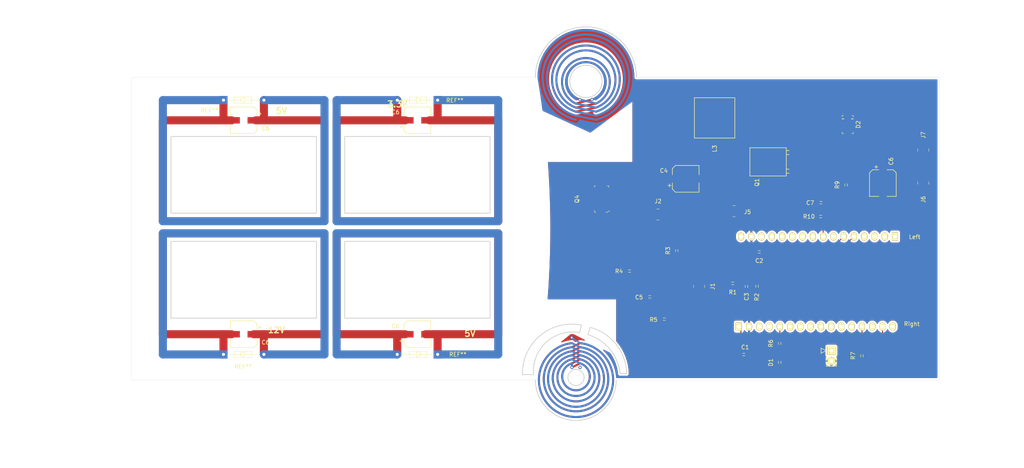
<source format=kicad_pcb>
(kicad_pcb (version 20211014) (generator pcbnew)
  (title_block (date "2022-07-16"))
  (layers (0 "F.Cu" signal) (1 "In1.Cu" signal) (2 "In2.Cu" signal) (31 "B.Cu" signal) (34 "B.Paste" user) (35 "F.Paste" user) (36 "B.SilkS" user "B.Silkscreen") (37 "F.SilkS" user "F.Silkscreen") (38 "B.Mask" user) (39 "F.Mask" user) (44 "Edge.Cuts" user))
  (net 0 "")
  (net 1 "Net-(IC1-Pad8)")
  (net 2 "Bat+")
  (net 3 "3.3v")
  (net 4 "GND")
  (net 5 "+3V3")
  (net 6 "I_Sol")
  (net 7 "U_Sol")
  (net 8 "+12V")
  (net 9 "Net-(C5-Pad2)")
  (net 10 "U_Bat")
  (net 11 "Net-(D1-Pad2)")
  (net 17 "5v")
  (net 18 "12v")
  (net 22 "+5V")
  (net 25 "Net-(J4-Pad5)")
  (net 30 "Net-(J4-Pad10)")
  (net 32 "Net-(J4-Pad12)")
  (net 33 "Net-(J4-Pad13)")
  (net 35 "PWM")
  (net 37 "Net-(D2-Pad1)")
  (net 38 "Net-(R7-Pad1)")
  (footprint "digikey-footprints:0603" (layer "F.Cu") (at 243.1 138.245)
    (fp_text reference "R5" (at -2.65 0.15) (layer "F.SilkS"))
    (fp_text value "100R")
    (fp_line (start -0.3 0.3) (end 0.3 0.3) (layer "F.SilkS") (width 0.12))
    (fp_line (start -0.3 -0.3) (end 0.3 -0.3) (layer "F.SilkS") (width 0.12))
    (pad "1" smd rect locked (at -0.7 0) (size 0.6 0.8) (layers "F.Cu" "F.Paste" "F.Mask") (net 9 "Net-(C5-Pad2)"))
    (pad "2" smd rect locked (at 0.7 0) (size 0.6 0.8) (layers "F.Cu" "F.Paste" "F.Mask") (net 35 "PWM"))
  )
  (footprint "digikey-footprints:0603" (layer "F.Cu") (at 262.76 147.025)
    (fp_text reference "C1" (at 0.35 -1.8) (layer "F.SilkS"))
    (fp_text value "0.1uF")
    (fp_line (start -0.3 0.3) (end 0.3 0.3) (layer "F.SilkS") (width 0.12))
    (fp_line (start -0.3 -0.3) (end 0.3 -0.3) (layer "F.SilkS") (width 0.12))
    (pad "1" smd rect locked (at -0.7 0) (size 0.6 0.8) (layers "F.Cu" "F.Paste" "F.Mask") (net 5 "+3V3"))
    (pad "2" smd rect locked (at 0.7 0) (size 0.6 0.8) (layers "F.Cu" "F.Paste" "F.Mask") (net 4 "GND"))
  )
  (footprint "digikey-footprints:Diode_DO-35_P10mm" (layer "F.Cu") (at 187 84 180)
    (fp_text reference "REF**" (at -4.25 -0.05) (layer "F.SilkS"))
    (fp_text value "Diode_DO-35_P10mm")
    (fp_line (start 4.2 0) (end 3.5 0) (layer "F.SilkS") (width 0.1))
    (fp_line (start 2.7 0) (end 2.7 -0.8) (layer "F.SilkS") (width 0.1))
    (fp_line (start 4.2 0) (end 4.2 -0.6) (layer "F.SilkS") (width 0.1))
    (fp_line (start 7 -0.8) (end 7 0) (layer "F.SilkS") (width 0.1))
    (fp_line (start 5.2 -0.7) (end 5.2 0.7) (layer "F.SilkS") (width 0.1))
    (fp_line (start 4.2 0) (end 5.2 -0.7) (layer "F.SilkS") (width 0.1))
    (fp_line (start 2.7 -0.8) (end 7 -0.8) (layer "F.SilkS") (width 0.1))
    (fp_line (start 2.7 0.8) (end 7 0.8) (layer "F.SilkS") (width 0.1))
    (fp_line (start 7 0) (end 5.2 0) (layer "F.SilkS") (width 0.1))
    (fp_line (start 3.5 0) (end 2.7 0) (layer "F.SilkS") (width 0.1))
    (fp_line (start 5.2 0.7) (end 4.2 0) (layer "F.SilkS") (width 0.1))
    (fp_line (start 8.7 0) (end 7 0) (layer "F.SilkS") (width 0.1))
    (fp_line (start 2.7 0) (end 2.7 0.8) (layer "F.SilkS") (width 0.1))
    (fp_line (start 4.2 0) (end 4.2 0.6) (layer "F.SilkS") (width 0.1))
    (fp_line (start 1.3 0) (end 2.7 0) (layer "F.SilkS") (width 0.1))
    (fp_line (start 7 0.8) (end 7 0) (layer "F.SilkS") (width 0.1))
    (pad "1" thru_hole rect locked (at 0 0 180) (size 2 2) (drill 0.76) (layers *.Cu *.Mask))
    (pad "2" thru_hole circle locked (at 10 0 180) (size 2 2) (drill 0.76) (layers *.Cu *.Mask))
  )
  (footprint "digikey-footprints:1210" (layer "F.Cu") (at 241.55 112.345)
    (fp_text reference "J2" (at 0 -3.3) (layer "F.SilkS"))
    (fp_text value "SOLAR_OUTPUT")
    (fp_line (start -0.34 -1.38) (end 0.31 -1.38) (layer "F.SilkS") (width 0.1))
    (fp_line (start -0.34 1.36) (end 0.3 1.36) (layer "F.SilkS") (width 0.1))
    (pad "1" smd rect locked (at -1.145 0) (size 1.52 3.05) (layers "F.Cu" "F.Paste" "F.Mask") (net 8 "+12V"))
    (pad "2" smd rect locked (at 1.145 0) (size 1.52 3.05) (layers "F.Cu" "F.Paste" "F.Mask") (net 4 "GND"))
  )
  (footprint "digikey-footprints:0603" (layer "F.Cu") (at 234.5 126.345)
    (fp_text reference "R4" (at -2.6 0.05) (layer "F.SilkS"))
    (fp_text value "10k")
    (fp_line (start -0.3 -0.3) (end 0.3 -0.3) (layer "F.SilkS") (width 0.12))
    (fp_line (start -0.3 0.3) (end 0.3 0.3) (layer "F.SilkS") (width 0.12))
    (pad "1" smd rect locked (at -0.7 0) (size 0.6 0.8) (layers "F.Cu" "F.Paste" "F.Mask") (net 9 "Net-(C5-Pad2)"))
    (pad "2" smd rect locked (at 0.7 0) (size 0.6 0.8) (layers "F.Cu" "F.Paste" "F.Mask") (net 4 "GND"))
  )
  (footprint "digikey-footprints:1210" (layer "F.Cu") (at 307.2 96.345 90)
    (fp_text reference "J7" (at 3.69 0 90) (layer "F.SilkS"))
    (fp_text value "BATTERY_OUTPUT")
    (fp_line (start -0.34 -1.38) (end 0.31 -1.38) (layer "F.SilkS") (width 0.1))
    (fp_line (start -0.34 1.36) (end 0.3 1.36) (layer "F.SilkS") (width 0.1))
    (pad "1" smd rect locked (at -1.145 0 90) (size 1.52 3.05) (layers "F.Cu" "F.Paste" "F.Mask") (net 2 "Bat+"))
    (pad "2" smd rect locked (at 1.145 0 90) (size 1.52 3.05) (layers "F.Cu" "F.Paste" "F.Mask") (net 4 "GND"))
  )
  (footprint "ESP32-footprints-Lib:Cpol-6.3x7.7" (layer "F.Cu") (at 248.4 103.495 180)
    (fp_text reference "C4" (at 5.407 2.015) (layer "F.SilkS"))
    (fp_text value "100uF" hide)
    (fp_line (start 2.54 -3.302) (end -3.302 -3.302) (layer "F.SilkS") (width 0.15))
    (fp_line (start 4.0005 -2.032) (end 4.0005 -1.27) (layer "F.SilkS") (width 0.15))
    (fp_line (start -3.302 3.302) (end -3.302 1.016) (layer "F.SilkS") (width 0.15))
    (fp_line (start -3.302 -3.302) (end -3.302 -1.016) (layer "F.SilkS") (width 0.15))
    (fp_line (start 4.3815 -1.651) (end 3.6195 -1.651) (layer "F.SilkS") (width 0.15))
    (fp_line (start -3.302 3.302) (end 2.54 3.302) (layer "F.SilkS") (width 0.15))
    (fp_line (start 3.302 -2.54) (end 3.302 -1.016) (layer "F.SilkS") (width 0.15))
    (fp_line (start 3.302 -2.54) (end 2.54 -3.302) (layer "F.SilkS") (width 0.15))
    (fp_line (start 2.54 3.302) (end 3.302 2.54) (layer "F.SilkS") (width 0.15))
    (fp_line (start 3.302 2.54) (end 3.302 1.016) (layer "F.SilkS") (width 0.15))
    (pad "1" smd rect locked (at 2.75082 0 180) (size 3.59918 1.6002) (layers "F.Cu" "F.Paste" "F.Mask") (net 8 "+12V"))
    (pad "2" smd rect locked (at -2.75082 0 180) (size 3.59918 1.6002) (layers "F.Cu" "F.Paste" "F.Mask") (net 4 "GND"))
  )
  (footprint "digikey-footprints:0603" (layer "F.Cu") (at 281.8 112.845)
    (fp_text reference "R10" (at -2.9 0) (layer "F.SilkS"))
    (fp_text value "560R")
    (fp_line (start -0.3 -0.3) (end 0.3 -0.3) (layer "F.SilkS") (width 0.12))
    (fp_line (start -0.3 0.3) (end 0.3 0.3) (layer "F.SilkS") (width 0.12))
    (pad "1" smd rect locked (at -0.7 0) (size 0.6 0.8) (layers "F.Cu" "F.Paste" "F.Mask") (net 4 "GND"))
    (pad "2" smd rect locked (at 0.7 0) (size 0.6 0.8) (layers "F.Cu" "F.Paste" "F.Mask") (net 10 "U_Bat"))
  )
  (footprint "digikey-footprints:0603" (layer "F.Cu") (at 288.1 104.995 90)
    (fp_text reference "R9" (at 0 -2.2 90) (layer "F.SilkS"))
    (fp_text value "10k")
    (fp_line (start -0.3 0.3) (end 0.3 0.3) (layer "F.SilkS") (width 0.12))
    (fp_line (start -0.3 -0.3) (end 0.3 -0.3) (layer "F.SilkS") (width 0.12))
    (pad "1" smd rect locked (at -0.7 0 90) (size 0.6 0.8) (layers "F.Cu" "F.Paste" "F.Mask") (net 10 "U_Bat"))
    (pad "2" smd rect locked (at 0.7 0 90) (size 0.6 0.8) (layers "F.Cu" "F.Paste" "F.Mask") (net 2 "Bat+"))
  )
  (footprint "digikey-footprints:Diode_DO-35_P10mm" (layer "F.Cu") (at 134 147)
    (fp_text reference "REF**" (at 4.85 3) (layer "F.SilkS"))
    (fp_text value "Diode_DO-35_P10mm")
    (fp_line (start 4.2 0) (end 4.2 0.6) (layer "F.SilkS") (width 0.1))
    (fp_line (start 2.7 0) (end 2.7 0.8) (layer "F.SilkS") (width 0.1))
    (fp_line (start 2.7 0.8) (end 7 0.8) (layer "F.SilkS") (width 0.1))
    (fp_line (start 1.3 0) (end 2.7 0) (layer "F.SilkS") (width 0.1))
    (fp_line (start 4.2 0) (end 3.5 0) (layer "F.SilkS") (width 0.1))
    (fp_line (start 4.2 0) (end 5.2 -0.7) (layer "F.SilkS") (width 0.1))
    (fp_line (start 4.2 0) (end 4.2 -0.6) (layer "F.SilkS") (width 0.1))
    (fp_line (start 7 -0.8) (end 7 0) (layer "F.SilkS") (width 0.1))
    (fp_line (start 7 0.8) (end 7 0) (layer "F.SilkS") (width 0.1))
    (fp_line (start 5.2 0.7) (end 4.2 0) (layer "F.SilkS") (width 0.1))
    (fp_line (start 2.7 -0.8) (end 7 -0.8) (layer "F.SilkS") (width 0.1))
    (fp_line (start 5.2 -0.7) (end 5.2 0.7) (layer "F.SilkS") (width 0.1))
    (fp_line (start 8.7 0) (end 7 0) (layer "F.SilkS") (width 0.1))
    (fp_line (start 7 0) (end 5.2 0) (layer "F.SilkS") (width 0.1))
    (fp_line (start 3.5 0) (end 2.7 0) (layer "F.SilkS") (width 0.1))
    (fp_line (start 2.7 0) (end 2.7 -0.8) (layer "F.SilkS") (width 0.1))
    (pad "1" thru_hole rect locked (at 0 0) (size 2 2) (drill 0.76) (layers *.Cu *.Mask))
    (pad "2" thru_hole circle locked (at 10 0) (size 2 2) (drill 0.76) (layers *.Cu *.Mask))
  )
  (footprint "digikey-footprints:SOT-223" (layer "F.Cu") (at 227.6 108.495 90)
    (fp_text reference "Q4" (at 0 -6.1 90) (layer "F.SilkS"))
    (fp_text value "IRFIZ44N")
    (fp_line (start 3.275 1.3) (end 3.275 1.775) (layer "F.SilkS") (width 0.1))
    (fp_line (start 3.275 -1.775) (end 3.275 -1.475) (layer "F.SilkS") (width 0.1))
    (fp_line (start -3.275 0.975) (end -3.275 1.45) (layer "F.SilkS") (width 0.1))
    (fp_line (start 2.9 -1.775) (end 3.275 -1.775) (layer "F.SilkS") (width 0.1))
    (fp_line (start -2.775 -1.775) (end -3.275 -1.775) (layer "F.SilkS") (width 0.1))
    (fp_line (start -3.275 1.45) (end -2.975 1.775) (layer "F.SilkS") (width 0.1))
    (fp_line (start 3.275 1.775) (end 2.825 1.775) (layer "F.SilkS") (width 0.1))
    (fp_line (start -2.975 1.775) (end -2.975 1.97) (layer "F.SilkS") (width 0.1))
    (fp_line (start -3.275 -1.775) (end -3.275 -1.375) (layer "F.SilkS") (width 0.1))
    (pad "1" smd rect locked (at -2.3 3.15 90) (size 1.5 2.2) (layers "F.Cu" "F.Paste" "F.Mask") (net 9 "Net-(C5-Pad2)"))
    (pad "2" smd rect locked (at 0 3.15 90) (size 1.5 2.2) (layers "F.Cu" "F.Paste" "F.Mask") (net 8 "+12V"))
    (pad "3" smd rect locked (at 2.3 3.15 90) (size 1.5 2.2) (layers "F.Cu" "F.Paste" "F.Mask") (net 37 "Net-(D2-Pad1)"))
    (pad "4" smd rect locked (at 0 -3.15 90) (size 3.8 2.2) (layers "F.Cu" "F.Paste" "F.Mask"))
  )
  (footprint "digikey-footprints:0603" (layer "F.Cu") (at 266.05 130.095 90)
    (fp_text reference "R2" (at -2.7 -0.05 90) (layer "F.SilkS"))
    (fp_text value "560R")
    (fp_line (start -0.3 -0.3) (end 0.3 -0.3) (layer "F.SilkS") (width 0.12))
    (fp_line (start -0.3 0.3) (end 0.3 0.3) (layer "F.SilkS") (width 0.12))
    (pad "1" smd rect locked (at -0.7 0 90) (size 0.6 0.8) (layers "F.Cu" "F.Paste" "F.Mask") (net 4 "GND"))
    (pad "2" smd rect locked (at 0.7 0 90) (size 0.6 0.8) (layers "F.Cu" "F.Paste" "F.Mask") (net 7 "U_Sol"))
  )
  (footprint "ESP32-footprints-Lib:Cpol-6.3x7.7" (layer "F.Cu") (at 139 89)
    (fp_text reference "C6" (at 5.407 2.015) (layer "F.SilkS"))
    (fp_text value "220uF" hide)
    (fp_line (start 2.54 -3.302) (end -3.302 -3.302) (layer "F.SilkS") (width 0.15))
    (fp_line (start 3.302 -2.54) (end 3.302 -1.016) (layer "F.SilkS") (width 0.15))
    (fp_line (start -3.302 3.302) (end -3.302 1.016) (layer "F.SilkS") (width 0.15))
    (fp_line (start 4.0005 -2.032) (end 4.0005 -1.27) (layer "F.SilkS") (width 0.15))
    (fp_line (start -3.302 -3.302) (end -3.302 -1.016) (layer "F.SilkS") (width 0.15))
    (fp_line (start 4.3815 -1.651) (end 3.6195 -1.651) (layer "F.SilkS") (width 0.15))
    (fp_line (start -3.302 3.302) (end 2.54 3.302) (layer "F.SilkS") (width 0.15))
    (fp_line (start 3.302 2.54) (end 3.302 1.016) (layer "F.SilkS") (width 0.15))
    (fp_line (start 3.302 -2.54) (end 2.54 -3.302) (layer "F.SilkS") (width 0.15))
    (fp_line (start 2.54 3.302) (end 3.302 2.54) (layer "F.SilkS") (width 0.15))
    (pad "1" smd rect locked (at 2.75082 0) (size 3.59918 1.6002) (layers "F.Cu" "F.Paste" "F.Mask") (net 2 "Bat+"))
    (pad "2" smd rect locked (at -2.75082 0) (size 3.59918 1.6002) (layers "F.Cu" "F.Paste" "F.Mask") (net 4 "GND"))
  )
  (footprint "digikey-footprints:Diode_DO-35_P10mm" (layer "F.Cu") (at 134 84)
    (fp_text reference "REF**" (at -3.5 2.5) (layer "F.SilkS"))
    (fp_text value "Diode_DO-35_P10mm")
    (fp_line (start 2.7 0.8) (end 7 0.8) (layer "F.SilkS") (width 0.1))
    (fp_line (start 7 0.8) (end 7 0) (layer "F.SilkS") (width 0.1))
    (fp_line (start 8.7 0) (end 7 0) (layer "F.SilkS") (width 0.1))
    (fp_line (start 2.7 0) (end 2.7 0.8) (layer "F.SilkS") (width 0.1))
    (fp_line (start 4.2 0) (end 3.5 0) (layer "F.SilkS") (width 0.1))
    (fp_line (start 1.3 0) (end 2.7 0) (layer "F.SilkS") (width 0.1))
    (fp_line (start 7 -0.8) (end 7 0) (layer "F.SilkS") (width 0.1))
    (fp_line (start 5.2 0.7) (end 4.2 0) (layer "F.SilkS") (width 0.1))
    (fp_line (start 3.5 0) (end 2.7 0) (layer "F.SilkS") (width 0.1))
    (fp_line (start 5.2 -0.7) (end 5.2 0.7) (layer "F.SilkS") (width 0.1))
    (fp_line (start 2.7 0) (end 2.7 -0.8) (layer "F.SilkS") (width 0.1))
    (fp_line (start 7 0) (end 5.2 0) (layer "F.SilkS") (width 0.1))
    (fp_line (start 2.7 -0.8) (end 7 -0.8) (layer "F.SilkS") (width 0.1))
    (fp_line (start 4.2 0) (end 4.2 -0.6) (layer "F.SilkS") (width 0.1))
    (fp_line (start 4.2 0) (end 5.2 -0.7) (layer "F.SilkS") (width 0.1))
    (fp_line (start 4.2 0) (end 4.2 0.6) (layer "F.SilkS") (width 0.1))
    (pad "1" thru_hole rect locked (at 0 0) (size 2 2) (drill 0.76) (layers *.Cu *.Mask))
    (pad "2" thru_hole circle locked (at 10 0) (size 2 2) (drill 0.76) (layers *.Cu *.Mask))
  )
  (footprint "digikey-footprints:0603" (layer "F.Cu") (at 246.2 121.295 90)
    (fp_text reference "R3" (at 0 -2.2 90) (layer "F.SilkS"))
    (fp_text value "0.005R")
    (fp_line (start -0.3 -0.3) (end 0.3 -0.3) (layer "F.SilkS") (width 0.12))
    (fp_line (start -0.3 0.3) (end 0.3 0.3) (layer "F.SilkS") (width 0.12))
    (pad "1" smd rect locked (at -0.7 0 90) (size 0.6 0.8) (layers "F.Cu" "F.Paste" "F.Mask") (net 1 "Net-(IC1-Pad8)"))
    (pad "2" smd rect locked (at 0.7 0 90) (size 0.6 0.8) (layers "F.Cu" "F.Paste" "F.Mask") (net 8 "+12V"))
  )
  (footprint "ESP32-footprints-Lib:Cpol-6.3x7.7" (layer "F.Cu") (at 182 142 180)
    (fp_text reference "C6" (at 5.407 2.015) (layer "F.SilkS"))
    (fp_text value "220uF" hide)
    (fp_line (start 2.54 3.302) (end 3.302 2.54) (layer "F.SilkS") (width 0.15))
    (fp_line (start 3.302 2.54) (end 3.302 1.016) (layer "F.SilkS") (width 0.15))
    (fp_line (start 3.302 -2.54) (end 2.54 -3.302) (layer "F.SilkS") (width 0.15))
    (fp_line (start -3.302 3.302) (end 2.54 3.302) (layer "F.SilkS") (width 0.15))
    (fp_line (start -3.302 -3.302) (end -3.302 -1.016) (layer "F.SilkS") (width 0.15))
    (fp_line (start 2.54 -3.302) (end -3.302 -3.302) (layer "F.SilkS") (width 0.15))
    (fp_line (start 4.3815 -1.651) (end 3.6195 -1.651) (layer "F.SilkS") (width 0.15))
    (fp_line (start 4.0005 -2.032) (end 4.0005 -1.27) (layer "F.SilkS") (width 0.15))
    (fp_line (start -3.302 3.302) (end -3.302 1.016) (layer "F.SilkS") (width 0.15))
    (fp_line (start 3.302 -2.54) (end 3.302 -1.016) (layer "F.SilkS") (width 0.15))
    (pad "1" smd rect locked (at 2.75082 0 180) (size 3.59918 1.6002) (layers "F.Cu" "F.Paste" "F.Mask") (net 2 "Bat+"))
    (pad "2" smd rect locked (at -2.75082 0 180) (size 3.59918 1.6002) (layers "F.Cu" "F.Paste" "F.Mask") (net 4 "GND"))
  )
  (footprint "ESP32-footprints-Lib:Cpol-6.3x7.7" (layer "F.Cu") (at 297.2 104.545 90)
    (fp_text reference "C6" (at 5.407 2.015 90) (layer "F.SilkS"))
    (fp_text value "220uF" hide)
    (fp_line (start 2.54 -3.302) (end -3.302 -3.302) (layer "F.SilkS") (width 0.15))
    (fp_line (start 3.302 2.54) (end 3.302 1.016) (layer "F.SilkS") (width 0.15))
    (fp_line (start 4.0005 -2.032) (end 4.0005 -1.27) (layer "F.SilkS") (width 0.15))
    (fp_line (start -3.302 3.302) (end 2.54 3.302) (layer "F.SilkS") (width 0.15))
    (fp_line (start 3.302 -2.54) (end 2.54 -3.302) (layer "F.SilkS") (width 0.15))
    (fp_line (start -3.302 -3.302) (end -3.302 -1.016) (layer "F.SilkS") (width 0.15))
    (fp_line (start 4.3815 -1.651) (end 3.6195 -1.651) (layer "F.SilkS") (width 0.15))
    (fp_line (start -3.302 3.302) (end -3.302 1.016) (layer "F.SilkS") (width 0.15))
    (fp_line (start 2.54 3.302) (end 3.302 2.54) (layer "F.SilkS") (width 0.15))
    (fp_line (start 3.302 -2.54) (end 3.302 -1.016) (layer "F.SilkS") (width 0.15))
    (pad "1" smd rect locked (at 2.75082 0 90) (size 3.59918 1.6002) (layers "F.Cu" "F.Paste" "F.Mask") (net 2 "Bat+"))
    (pad "2" smd rect locked (at -2.75082 0 90) (size 3.59918 1.6002) (layers "F.Cu" "F.Paste" "F.Mask") (net 4 "GND"))
  )
  (footprint "digikey-footprints:0603" (layer "F.Cu") (at 266.6 121.595 180)
    (fp_text reference "C2" (at 0 -2.2) (layer "F.SilkS"))
    (fp_text value "0.1uF")
    (fp_line (start -0.3 -0.3) (end 0.3 -0.3) (layer "F.SilkS") (width 0.12))
    (fp_line (start -0.3 0.3) (end 0.3 0.3) (layer "F.SilkS") (width 0.12))
    (pad "1" smd rect locked (at -0.7 0 180) (size 0.6 0.8) (layers "F.Cu" "F.Paste" "F.Mask") (net 6 "I_Sol"))
    (pad "2" smd rect locked (at 0.7 0 180) (size 0.6 0.8) (layers "F.Cu" "F.Paste" "F.Mask") (net 4 "GND"))
  )
  (footprint "digikey-footprints:1210" (layer "F.Cu") (at 260.35 111.495 180)
    (fp_text reference "J5" (at -3.35 -0.2) (layer "F.SilkS"))
    (fp_text value "5V")
    (fp_line (start -0.34 -1.38) (end 0.31 -1.38) (layer "F.SilkS") (width 0.1))
    (fp_line (start -0.34 1.36) (end 0.3 1.36) (layer "F.SilkS") (width 0.1))
    (pad "1" smd rect locked (at -1.145 0 180) (size 1.52 3.05) (layers "F.Cu" "F.Paste" "F.Mask") (net 4 "GND"))
    (pad "2" smd rect locked (at 1.145 0 180) (size 1.52 3.05) (layers "F.Cu" "F.Paste" "F.Mask") (net 22 "+5V"))
  )
  (footprint "digikey-footprints:DO-214AC" (layer "F.Cu") (at 288.5 90.045 -90)
    (fp_text reference "D2" (at 0 -2.6 90) (layer "F.SilkS"))
    (fp_text value "D_Schottky")
    (fp_line (start -2.25 1.4) (end -2.25 1) (layer "F.SilkS") (width 0.1))
    (fp_line (start -1.44018 -1.39954) (end -1.44018 -0.93472) (layer "F.SilkS") (width 0.1))
    (fp_line (start -1.36398 -0.93472) (end -1.36398 -1.39954) (layer "F.SilkS") (width 0.1))
    (fp_line (start 2.25 -1.4) (end 1.85 -1.4) (layer "F.SilkS") (width 0.1))
    (fp_line (start -1.36398 -1.39954) (end -1.44018 -1.39954) (layer "F.SilkS") (width 0.1))
    (fp_line (start -2.25 1.4) (end -1.85 1.4) (layer "F.SilkS") (width 0.1))
    (fp_line (start -1.36398 1.40208) (end -1.44018 1.40208) (layer "F.SilkS") (width 0.1))
    (fp_line (start -2.25 -1.4) (end -2.25 -1) (layer "F.SilkS") (width 0.1))
    (fp_line (start -1.44018 1.40208) (end -1.44018 0.94234) (layer "F.SilkS") (width 0.1))
    (fp_line (start -2.25 -1.4) (end -1.85 -1.4) (layer "F.SilkS") (width 0.1))
    (fp_line (start -1.44018 0.94234) (end -1.36398 0.94234) (layer "F.SilkS") (width 0.1))
    (fp_line (start 2.25 -1.4) (end 2.25 -1) (layer "F.SilkS") (width 0.1))
    (fp_line (start 2.25 1.4) (end 2.25 1) (layer "F.SilkS") (width 0.1))
    (fp_line (start 2.25 1.4) (end 1.85 1.4) (layer "F.SilkS") (width 0.1))
    (fp_line (start -1.36398 0.94234) (end -1.36398 1.40208) (layer "F.SilkS") (width 0.1))
    (fp_line (start -1.44018 -0.93472) (end -1.36398 -0.93472) (layer "F.SilkS") (width 0.1))
    (pad "A" smd rect locked (at 2 0 270) (size 2.5 1.7) (layers "F.Cu" "F.Paste" "F.Mask"))
    (pad "K" smd rect locked (at -2 0 270) (size 2.5 1.7) (layers "F.Cu" "F.Paste" "F.Mask"))
  )
  (footprint "digikey-footprints:0603" (layer "F.Cu") (at 292.01 147.325 90)
    (fp_text reference "R7" (at 0 -2.2 90) (layer "F.SilkS"))
    (fp_text value "220R")
    (fp_line (start -0.3 -0.3) (end 0.3 -0.3) (layer "F.SilkS") (width 0.12))
    (fp_line (start -0.3 0.3) (end 0.3 0.3) (layer "F.SilkS") (width 0.12))
    (pad "1" smd rect locked (at -0.7 0 90) (size 0.6 0.8) (layers "F.Cu" "F.Paste" "F.Mask") (net 38 "Net-(R7-Pad1)"))
    (pad "2" smd rect locked (at 0.7 0 90) (size 0.6 0.8) (layers "F.Cu" "F.Paste" "F.Mask") (net 33 "Net-(J4-Pad13)"))
  )
  (footprint "digikey-footprints:0603" (layer "F.Cu") (at 239.5 132.745 180)
    (fp_text reference "C5" (at 2.65 -0.1) (layer "F.SilkS"))
    (fp_text value "1nF")
    (fp_line (start -0.3 -0.3) (end 0.3 -0.3) (layer "F.SilkS") (width 0.12))
    (fp_line (start -0.3 0.3) (end 0.3 0.3) (layer "F.SilkS") (width 0.12))
    (pad "1" smd rect locked (at -0.7 0 180) (size 0.6 0.8) (layers "F.Cu" "F.Paste" "F.Mask") (net 4 "GND"))
    (pad "2" smd rect locked (at 0.7 0 180) (size 0.6 0.8) (layers "F.Cu" "F.Paste" "F.Mask") (net 9 "Net-(C5-Pad2)"))
  )
  (footprint "digikey-footprints:0603" (layer "F.Cu") (at 263.45 130.145 -90)
    (fp_text reference "C3" (at 2.55 0 90) (layer "F.SilkS"))
    (fp_text value "0.1uF")
    (fp_line (start -0.3 -0.3) (end 0.3 -0.3) (layer "F.SilkS") (width 0.12))
    (fp_line (start -0.3 0.3) (end 0.3 0.3) (layer "F.SilkS") (width 0.12))
    (pad "1" smd rect locked (at -0.7 0 270) (size 0.6 0.8) (layers "F.Cu" "F.Paste" "F.Mask") (net 7 "U_Sol"))
    (pad "2" smd rect locked (at 0.7 0 270) (size 0.6 0.8) (layers "F.Cu" "F.Paste" "F.Mask") (net 4 "GND"))
  )
  (footprint "ESP32-footprints-Lib:PIN16" (layer "F.Cu") (at 279.88 119.055 180)
    (fp_text reference "J3" hide)
    (fp_text value "Left" (at -25.17 1.16) (layer "F.SilkS"))
    (pad "1" thru_hole rect locked (at -20.32 1.27 180) (size 1.5 2) (drill 1) (layers *.Cu *.Mask "F.SilkS"))
    (pad "2" thru_hole oval locked (at -17.78 1.27 180) (size 1.5 2) (drill 1) (layers *.Cu *.Mask "F.SilkS"))
    (pad "3" thru_hole oval locked (at -15.24 1.27 180) (size 1.5 2) (drill 1) (layers *.Cu *.Mask "F.SilkS"))
    (pad "4" thru_hole oval locked (at -12.7 1.27 180) (size 1.5 2) (drill 1) (layers *.Cu *.Mask "F.SilkS"))
    (pad "5" thru_hole oval locked (at -10.16 1.27 180) (size 1.5 2) (drill 1) (layers *.Cu *.Mask "F.SilkS") (net 7 "U_Sol"))
    (pad "6" thru_hole oval locked (at -7.62 1.27 180) (size 1.5 2) (drill 1) (layers *.Cu *.Mask "F.SilkS") (net 6 "I_Sol"))
    (pad "7" thru_hole oval locked (at -5.08 1.27 180) (size 1.5 2) (drill 1) (layers *.Cu *.Mask "F.SilkS"))
    (pad "8" thru_hole oval locked (at -2.54 1.27 180) (size 1.5 2) (drill 1) (layers *.Cu *.Mask "F.SilkS") (net 10 "U_Bat"))
    (pad "9" thru_hole oval locked (at 0 1.27 180) (size 1.5 2) (drill 1) (layers *.Cu *.Mask "F.SilkS") (net 3 "3.3v"))
    (pad "10" thru_hole oval locked (at 2.54 1.27 180) (size 1.5 2) (drill 1) (layers *.Cu *.Mask "F.SilkS") (net 17 "5v"))
    (pad "11" thru_hole oval locked (at 5.08 1.27 180) (size 1.5 2) (drill 1) (layers *.Cu *.Mask "F.SilkS") (net 18 "12v"))
    (pad "12" thru_hole oval locked (at 7.62 1.27 180) (size 1.5 2) (drill 1) (layers *.Cu *.Mask "F.SilkS"))
    (pad "13" thru_hole oval locked (at 10.16 1.27 180) (size 1.5 2) (drill 1) (layers *.Cu *.Mask "F.SilkS"))
    (pad "14" thru_hole oval locked (at 12.7 1.27 180) (size 1.5 2) (drill 1) (layers *.Cu *.Mask "F.SilkS"))
    (pad "15" thru_hole oval locked (at 15.24 1.27 180) (size 1.5 2) (drill 1) (layers *.Cu *.Mask "F.SilkS") (net 4 "GND"))
    (pad "16" thru_hole oval locked (at 17.78 1.27 180) (size 1.5 2) (drill 1) (layers *.Cu *.Mask "F.SilkS") (net 22 "+5V"))
  )
  (footprint "digikey-footprints:0603" (layer "F.Cu") (at 271.66 148.975 90)
    (fp_text reference "D1" (at 0 -2.2 90) (layer "F.SilkS"))
    (fp_text value "COMMS")
    (fp_line (start -0.3 0.3) (end 0.3 0.3) (layer "F.SilkS") (width 0.12))
    (fp_line (start -0.3 -0.3) (end 0.3 -0.3) (layer "F.SilkS") (width 0.12))
    (pad "1" smd rect locked (at -0.7 0 90) (size 0.6 0.8) (layers "F.Cu" "F.Paste" "F.Mask") (net 4 "GND"))
    (pad "2" smd rect locked (at 0.7 0 90) (size 0.6 0.8) (layers "F.Cu" "F.Paste" "F.Mask") (net 11 "Net-(D1-Pad2)"))
  )
  (footprint "digikey-footprints:0603" (layer "F.Cu") (at 271.66 144.275 90)
    (fp_text reference "R6" (at 0 -2.2 90) (layer "F.SilkS"))
    (fp_text value "560R")
    (fp_line (start -0.3 0.3) (end 0.3 0.3) (layer "F.SilkS") (width 0.12))
    (fp_line (start -0.3 -0.3) (end 0.3 -0.3) (layer "F.SilkS") (width 0.12))
    (pad "1" smd rect locked (at -0.7 0 90) (size 0.6 0.8) (layers "F.Cu" "F.Paste" "F.Mask") (net 11 "Net-(D1-Pad2)"))
    (pad "2" smd rect locked (at 0.7 0 90) (size 0.6 0.8) (layers "F.Cu" "F.Paste" "F.Mask") (net 25 "Net-(J4-Pad5)"))
  )
  (footprint "digikey-footprints:1210" (layer "F.Cu") (at 307.2 104.55 -90)
    (fp_text reference "J6" (at 4.05 0 90) (layer "F.SilkS"))
    (fp_text value "BATTERY_INPUT")
    (fp_line (start -0.34 1.36) (end 0.3 1.36) (layer "F.SilkS") (width 0.1))
    (fp_line (start -0.34 -1.38) (end 0.31 -1.38) (layer "F.SilkS") (width 0.1))
    (pad "1" smd rect locked (at -1.145 0 270) (size 1.52 3.05) (layers "F.Cu" "F.Paste" "F.Mask") (net 2 "Bat+"))
    (pad "2" smd rect locked (at 1.145 0 270) (size 1.52 3.05) (layers "F.Cu" "F.Paste" "F.Mask") (net 4 "GND"))
  )
  (footprint "ESP32-footprints-Lib:7447779139" (layer "F.Cu") (at 255.55 88.395 -90)
    (fp_text reference "L3" (at 7.62 0 90) (layer "F.SilkS"))
    (fp_text value "33uH")
    (fp_line (start -5 -5) (end 5 -5) (layer "F.SilkS") (width 0.15))
    (fp_line (start 5 -5) (end 5 5) (layer "F.SilkS") (width 0.15))
    (fp_line (start -5 5) (end -5 -5) (layer "F.SilkS") (width 0.15))
    (fp_line (start 5 5) (end -5 5) (layer "F.SilkS") (width 0.15))
    (pad "1" smd rect locked (at 0 5 270) (size 1.7 2) (layers "F.Cu" "F.Paste" "F.Mask") (net 37 "Net-(D2-Pad1)"))
    (pad "2" smd rect locked (at 0 -5 270) (size 1.7 2) (layers "F.Cu" "F.Paste" "F.Mask") (net 2 "Bat+"))
  )
  (footprint "ESP32-footprints-Lib:PIN16" (layer "F.Cu") (at 281.86 138.825)
    (fp_text reference "J4" hide)
    (fp_text value "Right" (at 22.49 0.62) (layer "F.SilkS"))
    (pad "1" thru_hole rect locked (at -20.32 1.27) (size 1.5 2) (drill 1) (layers *.Cu *.Mask "F.SilkS") (net 5 "+3V3"))
    (pad "2" thru_hole oval locked (at -17.78 1.27) (size 1.5 2) (drill 1) (layers *.Cu *.Mask "F.SilkS") (net 4 "GND"))
    (pad "3" thru_hole oval locked (at -15.24 1.27) (size 1.5 2) (drill 1) (layers *.Cu *.Mask "F.SilkS"))
    (pad "4" thru_hole oval locked (at -12.7 1.27) (size 1.5 2) (drill 1) (layers *.Cu *.Mask "F.SilkS"))
    (pad "5" thru_hole oval locked (at -10.16 1.27) (size 1.5 2) (drill 1) (layers *.Cu *.Mask "F.SilkS") (net 25 "Net-(J4-Pad5)"))
    (pad "6" thru_hole oval locked (at -7.62 1.27) (size 1.5 2) (drill 1) (layers *.Cu *.Mask "F.SilkS"))
    (pad "7" thru_hole oval locked (at -5.08 1.27) (size 1.5 2) (drill 1) (layers *.Cu *.Mask "F.SilkS"))
    (pad "8" thru_hole oval locked (at -2.54 1.27) (size 1.5 2) (drill 1) (layers *.Cu *.Mask "F.SilkS"))
    (pad "9" thru_hole oval locked (at 0 1.27) (size 1.5 2) (drill 1) (layers *.Cu *.Mask "F.SilkS"))
    (pad "10" thru_hole oval locked (at 2.54 1.27) (size 1.5 2) (drill 1) (layers *.Cu *.Mask "F.SilkS") (net 30 "Net-(J4-Pad10)"))
    (pad "11" thru_hole oval locked (at 5.08 1.27) (size 1.5 2) (drill 1) (layers *.Cu *.Mask "F.SilkS"))
    (pad "12" thru_hole oval locked (at 7.62 1.27) (size 1.5 2) (drill 1) (layers *.Cu *.Mask "F.SilkS") (net 32 "Net-(J4-Pad12)"))
    (pad "13" thru_hole oval locked (at 10.16 1.27) (size 1.5 2) (drill 1) (layers *.Cu *.Mask "F.SilkS") (net 33 "Net-(J4-Pad13)"))
    (pad "14" thru_hole oval locked (at 12.7 1.27) (size 1.5 2) (drill 1) (layers *.Cu *.Mask "F.SilkS"))
    (pad "15" thru_hole oval locked (at 15.24 1.27) (size 1.5 2) (drill 1) (layers *.Cu *.Mask "F.SilkS") (net 35 "PWM"))
    (pad "16" thru_hole oval locked (at 17.78 1.27) (size 1.5 2) (drill 1) (layers *.Cu *.Mask "F.SilkS"))
  )
  (footprint "ESP32-footprints-Lib:PIN2" (layer "F.Cu") (at 284.45 147.345 -90)
    (fp_text reference "RX1" hide)
    (fp_text value "GPIO" hide)
    (fp_line (start -2.54 1.27) (end 2.54 1.27) (layer "F.SilkS") (width 0.15))
    (fp_line (start -2.54 -1.27) (end -2.54 1.27) (layer "F.SilkS") (width 0.15))
    (fp_line (start 2.54 -1.27) (end -2.54 -1.27) (layer "F.SilkS") (width 0.15))
    (fp_line (start -1.905 2.54) (end -0.635 2.54) (layer "F.SilkS") (width 0.15))
    (fp_line (start 2.54 1.27) (end 2.54 -1.27) (layer "F.SilkS") (width 0.15))
    (fp_line (start -1.905 2.54) (end -1.27 1.27) (layer "F.SilkS") (width 0.15))
    (fp_line (start -0.635 2.54) (end -1.27 1.27) (layer "F.SilkS") (width 0.15))
    (pad "1" thru_hole rect locked (at -1.27 0 270) (size 2 2) (drill 1) (layers *.Cu *.Mask "F.SilkS") (net 30 "Net-(J4-Pad10)"))
    (pad "2" thru_hole oval locked (at 1.27 0 270) (size 2 2) (drill 1) (layers *.Cu *.Mask "F.SilkS") (net 4 "GND"))
  )
  (footprint "ESP32-footprints-Lib:Cpol-6.3x7.7" (layer "F.Cu") (at 139 142)
    (fp_text reference "C6" (at 5.407 2.015) (layer "F.SilkS"))
    (fp_text value "220uF" hide)
    (fp_line (start -3.302 3.302) (end -3.302 1.016) (layer "F.SilkS") (width 0.15))
    (fp_line (start -3.302 3.302) (end 2.54 3.302) (layer "F.SilkS") (width 0.15))
    (fp_line (start 2.54 -3.302) (end -3.302 -3.302) (layer "F.SilkS") (width 0.15))
    (fp_line (start 3.302 -2.54) (end 3.302 -1.016) (layer "F.SilkS") (width 0.15))
    (fp_line (start 4.3815 -1.651) (end 3.6195 -1.651) (layer "F.SilkS") (width 0.15))
    (fp_line (start 3.302 -2.54) (end 2.54 -3.302) (layer "F.SilkS") (width 0.15))
    (fp_line (start -3.302 -3.302) (end -3.302 -1.016) (layer "F.SilkS") (width 0.15))
    (fp_line (start 4.0005 -2.032) (end 4.0005 -1.27) (layer "F.SilkS") (width 0.15))
    (fp_line (start 3.302 2.54) (end 3.302 1.016) (layer "F.SilkS") (width 0.15))
    (fp_line (start 2.54 3.302) (end 3.302 2.54) (layer "F.SilkS") (width 0.15))
    (pad "1" smd rect locked (at 2.75082 0) (size 3.59918 1.6002) (layers "F.Cu" "F.Paste" "F.Mask") (net 2 "Bat+"))
    (pad "2" smd rect locked (at -2.75082 0) (size 3.59918 1.6002) (layers "F.Cu" "F.Paste" "F.Mask") (net 4 "GND"))
  )
  (footprint "ESP32-footprints-Lib:Dpak" (layer "F.Cu") (at 267.6875 99.295 90)
    (fp_text reference "Q1" (at -5.09 -1.645 90) (layer "F.SilkS"))
    (fp_text value "Q_NPN_BCE" hide)
    (fp_line (start -3.5 5.6) (end -3.5 -3.4) (layer "F.SilkS") (width 0.15))
    (fp_line (start 1.8 6.3) (end 1.8 5.6) (layer "F.SilkS") (width 0.15))
    (fp_line (start -1.8 5.6) (end -1.8 6.3) (layer "F.SilkS") (width 0.15))
    (fp_line (start -3.5 -3.4) (end 3.5 -3.4) (layer "F.SilkS") (width 0.15))
    (fp_line (start 3.5 -3.4) (end 3.5 5.6) (layer "F.SilkS") (width 0.15))
    (fp_line (start 2.8 6.3) (end 2.8 5.6) (layer "F.SilkS") (width 0.15))
    (fp_line (start -2.8 5.6) (end -2.8 6.3) (layer "F.SilkS") (width 0.15))
    (fp_line (start 3.5 5.6) (end -3.5 5.6) (layer "F.SilkS") (width 0.15))
    (pad "1" smd rect locked (at -2.28 7.3 90) (size 1 1.6) (layers "F.Cu" "F.Paste" "F.Mask") (net 3 "3.3v"))
    (pad "3" smd rect locked (at 2.28 7.3 90) (size 1 1.6) (layers "F.Cu" "F.Paste" "F.Mask") (net 2 "Bat+"))
    (pad "4" smd rect locked (at 0 0 90) (size 5.4 6.2) (layers "F.Cu" "F.Paste" "F.Mask"))
  )
  (footprint "digikey-footprints:0603" (layer "F.Cu") (at 260.05 129.395 180)
    (fp_text reference "R1" (at 0 -2.2) (layer "F.SilkS"))
    (fp_text value "10k")
    (fp_line (start -0.3 -0.3) (end 0.3 -0.3) (layer "F.SilkS") (width 0.12))
    (fp_line (start -0.3 0.3) (end 0.3 0.3) (layer "F.SilkS") (width 0.12))
    (pad "1" smd rect locked (at -0.7 0 180) (size 0.6 0.8) (layers "F.Cu" "F.Paste" "F.Mask") (net 7 "U_Sol"))
    (pad "2" smd rect locked (at 0.7 0 180) (size 0.6 0.8) (layers "F.Cu" "F.Paste" "F.Mask") (net 1 "Net-(IC1-Pad8)"))
  )
  (footprint "digikey-footprints:Diode_DO-35_P10mm" (layer "F.Cu") (at 187 147 180)
    (fp_text reference "REF**" (at -5 0) (layer "F.SilkS"))
    (fp_text value "Diode_DO-35_P10mm")
    (fp_line (start 4.2 0) (end 4.2 0.6) (layer "F.SilkS") (width 0.1))
    (fp_line (start 8.7 0) (end 7 0) (layer "F.SilkS") (width 0.1))
    (fp_line (start 7 -0.8) (end 7 0) (layer "F.SilkS") (width 0.1))
    (fp_line (start 7 0.8) (end 7 0) (layer "F.SilkS") (width 0.1))
    (fp_line (start 2.7 0.8) (end 7 0.8) (layer "F.SilkS") (width 0.1))
    (fp_line (start 2.7 0) (end 2.7 0.8) (layer "F.SilkS") (width 0.1))
    (fp_line (start 4.2 0) (end 3.5 0) (layer "F.SilkS") (width 0.1))
    (fp_line (start 3.5 0) (end 2.7 0) (layer "F.SilkS") (width 0.1))
    (fp_line (start 1.3 0) (end 2.7 0) (layer "F.SilkS") (width 0.1))
    (fp_line (start 5.2 -0.7) (end 5.2 0.7) (layer "F.SilkS") (width 0.1))
    (fp_line (start 2.7 0) (end 2.7 -0.8) (layer "F.SilkS") (width 0.1))
    (fp_line (start 5.2 0.7) (end 4.2 0) (layer "F.SilkS") (width 0.1))
    (fp_line (start 4.2 0) (end 5.2 -0.7) (layer "F.SilkS") (width 0.1))
    (fp_line (start 7 0) (end 5.2 0) (layer "F.SilkS") (width 0.1))
    (fp_line (start 4.2 0) (end 4.2 -0.6) (layer "F.SilkS") (width 0.1))
    (fp_line (start 2.7 -0.8) (end 7 -0.8) (layer "F.SilkS") (width 0.1))
    (pad "1" thru_hole rect locked (at 0 0 180) (size 2 2) (drill 0.76) (layers *.Cu *.Mask))
    (pad "2" thru_hole circle locked (at 10 0 180) (size 2 2) (drill 0.76) (layers *.Cu *.Mask))
  )
  (footprint "digikey-footprints:1210" (layer "F.Cu") (at 251.7 130.145 -90)
    (fp_text reference "J1" (at 0 -3.35 90) (layer "F.SilkS"))
    (fp_text value "SOLAR_INPUT")
    (fp_line (start -0.34 1.36) (end 0.3 1.36) (layer "F.SilkS") (width 0.1))
    (fp_line (start -0.34 -1.38) (end 0.31 -1.38) (layer "F.SilkS") (width 0.1))
    (pad "1" smd rect locked (at -1.145 0 270) (size 1.52 3.05) (layers "F.Cu" "F.Paste" "F.Mask") (net 1 "Net-(IC1-Pad8)"))
    (pad "2" smd rect locked (at 1.145 0 270) (size 1.52 3.05) (layers "F.Cu" "F.Paste" "F.Mask") (net 4 "GND"))
  )
  (footprint "digikey-footprints:0603" (layer "F.Cu") (at 281.85 109.395 180)
    (fp_text reference "C7" (at 2.65 -0.05) (layer "F.SilkS"))
    (fp_text value "0.1uF")
    (fp_line (start -0.3 0.3) (end 0.3 0.3) (layer "F.SilkS") (width 0.12))
    (fp_line (start -0.3 -0.3) (end 0.3 -0.3) (layer "F.SilkS") (width 0.12))
    (pad "1" smd rect locked (at -0.7 0 180) (size 0.6 0.8) (layers "F.Cu" "F.Paste" "F.Mask") (net 10 "U_Bat"))
    (pad "2" smd rect locked (at 0.7 0 180) (size 0.6 0.8) (layers "F.Cu" "F.Paste" "F.Mask") (net 4 "GND"))
  )
  (footprint "ESP32-footprints-Lib:Cpol-6.3x7.7" (layer "F.Cu") (at 182 89 180)
    (fp_text reference "C6" (at 5.407 2.015) (layer "F.SilkS"))
    (fp_text value "220uF" hide)
    (fp_line (start 4.3815 -1.651) (end 3.6195 -1.651) (layer "F.SilkS") (width 0.15))
    (fp_line (start 3.302 -2.54) (end 2.54 -3.302) (layer "F.SilkS") (width 0.15))
    (fp_line (start -3.302 3.302) (end 2.54 3.302) (layer "F.SilkS") (width 0.15))
    (fp_line (start 4.0005 -2.032) (end 4.0005 -1.27) (layer "F.SilkS") (width 0.15))
    (fp_line (start 3.302 2.54) (end 3.302 1.016) (layer "F.SilkS") (width 0.15))
    (fp_line (start 2.54 3.302) (end 3.302 2.54) (layer "F.SilkS") (width 0.15))
    (fp_line (start -3.302 3.302) (end -3.302 1.016) (layer "F.SilkS") (width 0.15))
    (fp_line (start 3.302 -2.54) (end 3.302 -1.016) (layer "F.SilkS") (width 0.15))
    (fp_line (start -3.302 -3.302) (end -3.302 -1.016) (layer "F.SilkS") (width 0.15))
    (fp_line (start 2.54 -3.302) (end -3.302 -3.302) (layer "F.SilkS") (width 0.15))
    (pad "1" smd rect locked (at 2.75082 0 180) (size 3.59918 1.6002) (layers "F.Cu" "F.Paste" "F.Mask") (net 2 "Bat+"))
    (pad "2" smd rect locked (at -2.75082 0 180) (size 3.59918 1.6002) (layers "F.Cu" "F.Paste" "F.Mask") (net 4 "GND"))
  )
  (gr_line (start 221.2 86.845) (end 226.2 85.845) (layer "F.Cu") (width 0.5))
  (gr_line (start 144 142) (end 144 147) (layer "F.Cu") (width 2))
  (gr_line (start 220.25 150.203843) (end 222.25 149.203843) (layer "F.Cu") (width 0.5))
  (gr_line (start 144 84) (end 144 89) (layer "F.Cu") (width 2))
  (gr_line (start 134 142) (end 134 147) (layer "F.Cu") (width 2))
  (gr_line (start 202 89) (end 185 89) (layer "F.Cu") (width 2))
  (gr_line (start 162 117) (end 162 142) (layer "F.Cu") (width 2))
  (gr_line (start 142 89) (end 159 89) (layer "F.Cu") (width 2))
  (gr_line (start 136 142) (end 119 142) (layer "F.Cu") (width 2))
  (gr_arc (start 222.25 149.203843) (mid 221.25 155.895) (end 220.25 149.203843) (layer "F.Cu") (width 0.5))
  (gr_line (start 162 114) (end 202 114) (layer "F.Cu") (width 2))
  (gr_line (start 177 142) (end 177 147) (layer "F.Cu") (width 2))
  (gr_line (start 119 117) (end 159 117) (layer "F.Cu") (width 2))
  (gr_line (start 134 84) (end 134 89) (layer "F.Cu") (width 2))
  (gr_line (start 119 114) (end 159 114) (layer "F.Cu") (width 2))
  (gr_arc (start 222.25 144.203843) (mid 221.25 162.520309) (end 220.25 144.203843) (layer "F.Cu") (width 0.5))
  (gr_arc (start 222.25 145.203843) (mid 221.25 161.098388) (end 220.25 145.203843) (layer "F.Cu") (width 0.5))
  (gr_line (start 177 84) (end 177 89) (layer "F.Cu") (width 2))
  (gr_line (start 119 89) (end 119 114) (layer "F.Cu") (width 2))
  (gr_arc (start 222.25 146.203843) (mid 221.25 159.985903) (end 220.25 146.203843) (layer "F.Cu") (width 0.5))
  (gr_line (start 159 114) (end 159 89) (layer "F.Cu") (width 2))
  (gr_line (start 119 117) (end 119 142) (layer "F.Cu") (width 2))
  (gr_line (start 222.25 144.203843) (end 220.25 145.203843) (layer "F.Cu") (width 0.5))
  (gr_line (start 187 142) (end 187 147) (layer "F.Cu") (width 2))
  (gr_arc (start 221.2 86.845) (mid 223.7 70.459615) (end 226.2 86.845) (layer "F.Cu") (width 0.5))
  (gr_arc (start 222.25 147.203843) (mid 221.25 158.633896) (end 220.25 147.203843) (layer "F.Cu") (width 0.5))
  (gr_line (start 222.25 147.203843) (end 220.25 148.203843) (layer "F.Cu") (width 0.5))
  (gr_line (start 202 117) (end 162 117) (layer "F.Cu") (width 2))
  (gr_line (start 187 84) (end 187 89) (layer "F.Cu") (width 2))
  (gr_line (start 221.2 84.845) (end 225.2 83.845) (layer "F.Cu") (width 0.5))
  (gr_arc (start 221.2 84.845) (mid 223.7 73.568229) (end 226.2 84.845) (layer "F.Cu") (width 0.5))
  (gr_line (start 162 89) (end 162 114) (layer "F.Cu") (width 2))
  (gr_arc (start 222.25 148.203843) (mid 221.25 157.298108) (end 220.25 148.203843) (layer "F.Cu") (width 0.5))
  (gr_line (start 162 89) (end 179 89) (layer "F.Cu") (width 2))
  (gr_line (start 136 89) (end 119 89) (layer "F.Cu") (width 2))
  (gr_line (start 202 114) (end 202 89) (layer "F.Cu") (width 2))
  (gr_line (start 222.25 145.203843) (end 220.25 146.203843) (layer "F.Cu") (width 0.5))
  (gr_line (start 159 117) (end 159 142) (layer "F.Cu") (width 2))
  (gr_line (start 162 142) (end 179 142) (layer "F.Cu") (width 2))
  (gr_line (start 222.25 146.203843) (end 220.25 147.203843) (layer "F.Cu") (width 0.5))
  (gr_line (start 221.2 85.845) (end 226.2 84.845) (layer "F.Cu") (width 0.5))
  (gr_line (start 184 142) (end 202 142) (layer "F.Cu") (width 2))
  (gr_arc (start 221.2 85.845) (mid 223.7 71.666795) (end 226.2 85.845) (layer "F.Cu") (width 0.5))
  (gr_line (start 141.5 142) (end 158.5 142) (layer "F.Cu") (width 2))
  (gr_line (start 202 142) (end 202 117) (layer "F.Cu") (width 2))
  (gr_line (start 222.25 148.203843) (end 220.25 149.203843) (layer "F.Cu") (width 0.5))
  (gr_arc (start 222.25 149.203843) (mid 221.25 155.895) (end 220.25 149.203843) (layer "B.Cu") (width 0.5))
  (gr_line (start 202 114) (end 162 114) (layer "B.Cu") (width 2))
  (gr_line (start 221.2 85.845) (end 226.2 86.845) (layer "B.Cu") (width 0.5))
  (gr_line (start 202 84) (end 202 114) (layer "B.Cu") (width 2))
  (gr_arc (start 221.2 87.845) (mid 223.7 68.855615) (end 226.2 87.845) (layer "B.Cu") (width 0.5))
  (gr_line (start 222.25 146.203843) (end 220.25 145.203843) (layer "B.Cu") (width 0.5))
  (gr_line (start 162 84) (end 162 114) (layer "B.Cu") (width 2))
  (gr_arc (start 222.25 146.203843) (mid 221.25 159.985903) (end 220.25 146.203843) (layer "B.Cu") (width 0.5))
  (gr_line (start 187 147) (end 202 147) (layer "B.Cu") (width 2))
  (gr_arc (start 221.2 84.845) (mid 223.7 73.568229) (end 226.2 84.845) (layer "B.Cu") (width 0.5))
  (gr_line (start 202 117) (end 202 147) (layer "B.Cu") (width 2))
  (gr_arc (start 222.25 148.203843) (mid 221.25 157.298108) (end 220.25 148.203843) (layer "B.Cu") (width 0.5))
  (gr_line (start 159 117) (end 119 117) (layer "B.Cu") (width 2))
  (gr_line (start 187 84) (end 202 84) (layer "B.Cu") (width 2))
  (gr_line (start 222.25 145.203843) (end 220.25 144.203843) (layer "B.Cu") (width 0.5))
  (gr_line (start 221.2 86.845) (end 226.2 87.845) (layer "B.Cu") (width 0.5))
  (gr_arc (start 221.2 88.845) (mid 223.7 67.722607) (end 226.2 88.845) (layer "B.Cu") (width 0.5))
  (gr_line (start 119 147) (end 134 147) (layer "B.Cu") (width 2))
  (gr_arc (start 221.2 85.845) (mid 223.7 71.666795) (end 226.2 85.845) (layer "B.Cu") (width 0.5))
  (gr_line (start 159 84) (end 159 114) (layer "B.Cu") (width 2))
  (gr_line (start 222.25 148.203843) (end 220.25 147.203843) (layer "B.Cu") (width 0.5))
  (gr_line (start 119 147) (end 119 117) (layer "B.Cu") (width 2))
  (gr_line (start 159 114) (end 119 114) (layer "B.Cu") (width 2))
  (gr_line (start 144 84) (end 159 84) (layer "B.Cu") (width 2))
  (gr_line (start 162 84) (end 177 84) (layer "B.Cu") (width 2))
  (gr_line (start 202 117) (end 162 117) (layer "B.Cu") (width 2))
  (gr_line (start 222.25 149.203843) (end 220.25 148.203843) (layer "B.Cu") (width 0.5))
  (gr_line (start 119 114) (end 119 84) (layer "B.Cu") (width 2))
  (gr_line (start 220.25 149.203843) (end 220.25 150.203843) (layer "B.Cu") (width 0.5))
  (gr_arc (start 221.2 86.845) (mid 223.7 70.459615) (end 226.2 86.845) (layer "B.Cu") (width 0.5))
  (gr_line (start 162 147) (end 177 147) (layer "B.Cu") (width 2))
  (gr_line (start 159 117) (end 159 147) (layer "B.Cu") (width 2))
  (gr_line (start 119 84) (end 134 84) (layer "B.Cu") (width 2))
  (gr_line (start 222.2 83.845) (end 226.2 84.845) (layer "B.Cu") (width 0.5))
  (gr_line (start 221.2 87.845) (end 226.2 88.845) (layer "B.Cu") (width 0.5))
  (gr_arc (start 222.25 145.203843) (mid 221.25 161.098388) (end 220.25 145.203843) (layer "B.Cu") (width 0.5))
  (gr_arc (start 222.25 144.203843) (mid 221.25 162.520309) (end 220.25 144.203843) (layer "B.Cu") (width 0.5))
  (gr_arc (start 222.25 147.203843) (mid 221.25 158.633896) (end 220.25 147.203843) (layer "B.Cu") (width 0.5))
  (gr_line (start 144 147) (end 159 147) (layer "B.Cu") (width 2))
  (gr_line (start 222.25 144.203843) (end 220.2 142.845) (layer "B.Cu") (width 0.4))
  (gr_line (start 162 117) (end 162 147) (layer "B.Cu") (width 2))
  (gr_line (start 221.2 84.845) (end 226.2 85.845) (layer "B.Cu") (width 0.5))
  (gr_line (start 222.25 147.203843) (end 220.25 146.203843) (layer "B.Cu") (width 0.5))
  (gr_rect (start 164 119) (end 200 138) (layer "Edge.Cuts") (width 0.2) (fill none))
  (gr_rect (start 121 93) (end 157 112) (layer "Edge.Cuts") (width 0.2) (fill none))
  (gr_circle (center 223.7 79.345) (end 227.7 79.345) (layer "Edge.Cuts") (width 0.2) (fill none))
  (gr_line (start 311.2 153.345) (end 231.2 153.345) (layer "Edge.Cuts") (width 0.05))
  (gr_line (start 311.2 78.345) (end 311.2 153.345) (layer "Edge.Cuts") (width 0.05))
  (gr_line (start 210.725 152) (end 208 152) (layer "Edge.Cuts") (width 0.2))
  (gr_line (start 111.2 78.345) (end 111.2 153.345) (layer "Edge.Cuts") (width 0.05))
  (gr_line (start 111.2 153.345) (end 211.2 153.345) (layer "Edge.Cuts") (width 0.05))
  (gr_arc (start 208 152) (mid 212.346592 142.353956) (end 222.6 139.745) (layer "Edge.Cuts") (width 0.2))
  (gr_rect (start 121 119) (end 157 138) (layer "Edge.Cuts") (width 0.2) (fill none))
  (gr_line (start 236.2 78.345) (end 311.2 78.345) (layer "Edge.Cuts") (width 0.05))
  (gr_arc (start 211.2 78.345) (mid 223.7 65.845) (end 236.2 78.345) (layer "Edge.Cuts") (width 0.2))
  (gr_line (start 232.15 151.795) (end 233.8 151.795) (layer "Edge.Cuts") (width 0.2))
  (gr_line (start 224.2 142.095) (end 224.75 140.295) (layer "Edge.Cuts") (width 0.2))
  (gr_rect (start 164 93) (end 200 112) (layer "Edge.Cuts") (width 0.2) (fill none))
  (gr_arc (start 224.2 142.095) (mid 229.656612 145.730689) (end 232.15 151.795) (layer "Edge.Cuts") (width 0.2))
  (gr_arc (start 210.725 151.7975) (mid 213.95722 143.918774) (end 222.15 141.595) (layer "Edge.Cuts") (width 0.2))
  (gr_arc (start 224.75 140.295) (mid 231.197846 144.531804) (end 233.8 151.795) (layer "Edge.Cuts") (width 0.2))
  (gr_circle (center 221.25 152.703843) (end 219.25 152.703843) (layer "Edge.Cuts") (width 0.2) (fill none))
  (gr_arc (start 231.2 153.345) (mid 221.2 163.345) (end 211.2 153.345) (layer "Edge.Cuts") (width 0.2))
  (gr_line (start 222.15 141.595) (end 222.6 139.745) (layer "Edge.Cuts") (width 0.2))
  (gr_line (start 211.2 78.345) (end 111.2 78.345) (layer "Edge.Cuts") (width 0.05))
  (gr_text "12:5" (at 222.2 128.345) (layer "F.Cu") (effects (font (size 1.5 1.5) (thickness 0.3))))
  (gr_text "5:3" (at 240.2 92.345) (layer "F.Cu") (effects (font (size 1.5 1.5) (thickness 0.3))))
  (gr_text "5V" (at 195 141.85) (layer "F.SilkS") (effects (font (size 1.5 1.5) (thickness 0.3))))
  (gr_text "12V" (at 147.1 140.95) (layer "F.SilkS") (effects (font (size 1.5 1.5) (thickness 0.3))))
  (gr_text "5V" (at 148.35 86.65) (layer "F.SilkS") (effects (font (size 1.5 1.5) (thickness 0.3))))
  (gr_text "3.3V" (at 177 85) (layer "F.SilkS") (effects (font (size 1.5 1.5) (thickness 0.3))))
  (via (at 222.25 150.203843) (size 0.8) (drill 0.4) (layers "F.Cu" "B.Cu") (net 0))
  (via (at 220.25 150.203843) (size 0.8) (drill 0.4) (layers "F.Cu" "B.Cu") (net 0))
  (segment (start 251.395 129.395) (end 251 129) (width 0.25) (layer "F.Cu") (net 1))
  (segment (start 259.35 129.395) (end 251.395 129.395) (width 0.25) (layer "F.Cu") (net 1))
  (via (at 222.2 83.845) (size 0.8) (drill 0.4) (layers "F.Cu" "B.Cu") (net 4))
  (via (at 220.2 142.845) (size 0.8) (drill 0.4) (layers "F.Cu" "B.Cu") (net 4))
  (via (at 225.2 83.845) (size 0.8) (drill 0.4) (layers "F.Cu" "B.Cu") (net 4))
  (segment (start 262.06 147.025) (end 262.06 140.615) (width 0.25) (layer "F.Cu") (net 5))
  (segment (start 262.06 140.615) (end 261.54 140.095) (width 0.25) (layer "F.Cu") (net 5))
  (segment (start 283.69 121.595) (end 287.5 117.785) (width 0.25) (layer "F.Cu") (net 6))
  (segment (start 267.3 121.595) (end 283.69 121.595) (width 0.25) (layer "F.Cu") (net 6))
  (segment (start 260.75 129.395) (end 265.85 129.395) (width 0.25) (layer "F.Cu") (net 7))
  (segment (start 263.5 129.395) (end 263.45 129.445) (width 0.25) (layer "F.Cu") (net 7))
  (segment (start 263.35 129.345) (end 263.45 129.445) (width 0.25) (layer "F.Cu") (net 7))
  (segment (start 266.05 129.395) (end 278.43 129.395) (width 0.25) (layer "F.Cu") (net 7))
  (segment (start 278.43 129.395) (end 290.04 117.785) (width 0.25) (layer "F.Cu") (net 7))
  (segment (start 242.4 138.245) (end 242.4 136.345) (width 0.25) (layer "F.Cu") (net 9))
  (segment (start 238.8 132.745) (end 238.8 131.345) (width 0.25) (layer "F.Cu") (net 9))
  (segment (start 238.8 131.345) (end 233.8 126.345) (width 0.25) (layer "F.Cu") (net 9))
  (segment (start 233.8 120.195) (end 233.8 126.345) (width 0.25) (layer "F.Cu") (net 9))
  (segment (start 230.75 117.145) (end 233.8 120.195) (width 0.25) (layer "F.Cu") (net 9))
  (segment (start 230.75 110.795) (end 230.75 117.145) (width 0.25) (layer "F.Cu") (net 9))
  (segment (start 242.4 136.345) (end 238.8 132.745) (width 0.25) (layer "F.Cu") (net 9))
  (segment (start 282.5 109.445) (end 282.55 109.395) (width 0.25) (layer "F.Cu") (net 10))
  (segment (start 282.42 117.785) (end 282.42 112.925) (width 0.25) (layer "F.Cu") (net 10))
  (segment (start 282.55 109.395) (end 284.4 109.395) (width 0.25) (layer "F.Cu") (net 10))
  (segment (start 282.5 112.845) (end 282.5 109.445) (width 0.25) (layer "F.Cu") (net 10))
  (segment (start 282.42 112.925) (end 282.5 112.845) (width 0.25) (layer "F.Cu") (net 10))
  (segment (start 284.4 109.395) (end 288.1 105.695) (width 0.25) (layer "F.Cu") (net 10))
  (segment (start 271.66 144.975) (end 271.66 148.275) (width 0.25) (layer "F.Cu") (net 11))
  (segment (start 271.7 143.535) (end 271.66 143.575) (width 0.25) (layer "F.Cu") (net 25))
  (segment (start 271.7 140.095) (end 271.7 143.535) (width 0.25) (layer "F.Cu") (net 25))
  (segment (start 292.02 146.435) (end 292.31 146.725) (width 0.25) (layer "F.Cu") (net 33))
  (segment (start 292.02 140.095) (end 292.02 146.435) (width 0.25) (layer "F.Cu") (net 33))
  (segment (start 243.8 138.945) (end 256.75 151.895) (width 0.25) (layer "F.Cu") (net 35))
  (segment (start 297.1 140.095) (end 297.1 151.895) (width 0.25) (layer "F.Cu") (net 35))
  (segment (start 297.1 151.895) (end 256.75 151.895) (width 0.25) (layer "F.Cu") (net 35))
  (segment (start 243.8 138.245) (end 243.8 138.945) (width 0.25) (layer "F.Cu") (net 35))
  (zone (net 0) (net_name "") (layers "F.Cu" "In1.Cu" "In2.Cu" "B.Cu") (connect_pads (clearance 0)) (min_thickness 0.254)
    (keepout (tracks not_allowed) (vias not_allowed) (pads not_allowed) (copperpour not_allowed) (footprints allowed))
    (fill (thermal_gap 0.508) (thermal_bridge_width 0.508))
    (polygon (pts (xy 212 133.345) (xy 231.2 133.345) (xy 231.2 147.395) (xy 220.208138 141.737965) (xy 211.95 148.345)))
  )
  (zone (net 4) (net_name "GND") (layers "F.Cu" "In1.Cu" "In2.Cu" "B.Cu") (connect_pads (clearance 0.508)) (min_thickness 0.254) (fill yes (thermal_gap 0.508) (thermal_bridge_width 0.508))
    (polygon (pts (xy 312.2 154.345) (xy 210.2 165.345) (xy 210.2 63.345) (xy 312.2 77.345)))
  )
  (zone (net 0) (net_name "") (layers "F.Cu" "In1.Cu" "In2.Cu" "B.Cu") (connect_pads (clearance 0)) (min_thickness 0.254)
    (keepout (tracks not_allowed) (vias not_allowed) (pads not_allowed) (copperpour not_allowed) (footprints allowed))
    (fill (thermal_gap 0.508) (thermal_bridge_width 0.508))
    (polygon (pts (xy 235.2 99.345) (xy 212 99.345) (xy 212 86.195) (xy 224.8 92.056267) (xy 235.2 84.345)))
  )
)
</source>
